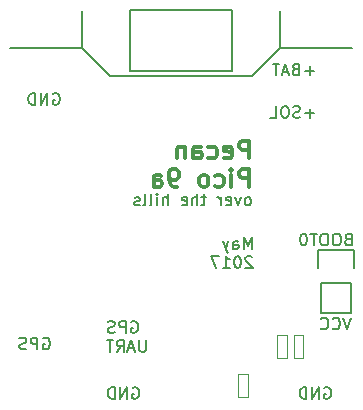
<source format=gbo>
G04 #@! TF.FileFunction,Legend,Bot*
%FSLAX46Y46*%
G04 Gerber Fmt 4.6, Leading zero omitted, Abs format (unit mm)*
G04 Created by KiCad (PCBNEW 4.0.2+dfsg1-stable) date Di 23 Mai 2017 03:16:38 CEST*
%MOMM*%
G01*
G04 APERTURE LIST*
%ADD10C,0.100000*%
%ADD11C,0.200000*%
%ADD12C,0.300000*%
%ADD13C,0.150000*%
G04 APERTURE END LIST*
D10*
D11*
X74138095Y-123200000D02*
X74233333Y-123152381D01*
X74376190Y-123152381D01*
X74519048Y-123200000D01*
X74614286Y-123295238D01*
X74661905Y-123390476D01*
X74709524Y-123580952D01*
X74709524Y-123723810D01*
X74661905Y-123914286D01*
X74614286Y-124009524D01*
X74519048Y-124104762D01*
X74376190Y-124152381D01*
X74280952Y-124152381D01*
X74138095Y-124104762D01*
X74090476Y-124057143D01*
X74090476Y-123723810D01*
X74280952Y-123723810D01*
X73661905Y-124152381D02*
X73661905Y-123152381D01*
X73090476Y-124152381D01*
X73090476Y-123152381D01*
X72614286Y-124152381D02*
X72614286Y-123152381D01*
X72376191Y-123152381D01*
X72233333Y-123200000D01*
X72138095Y-123295238D01*
X72090476Y-123390476D01*
X72042857Y-123580952D01*
X72042857Y-123723810D01*
X72090476Y-123914286D01*
X72138095Y-124009524D01*
X72233333Y-124104762D01*
X72376191Y-124152381D01*
X72614286Y-124152381D01*
X57885714Y-123200000D02*
X57980952Y-123152381D01*
X58123809Y-123152381D01*
X58266667Y-123200000D01*
X58361905Y-123295238D01*
X58409524Y-123390476D01*
X58457143Y-123580952D01*
X58457143Y-123723810D01*
X58409524Y-123914286D01*
X58361905Y-124009524D01*
X58266667Y-124104762D01*
X58123809Y-124152381D01*
X58028571Y-124152381D01*
X57885714Y-124104762D01*
X57838095Y-124057143D01*
X57838095Y-123723810D01*
X58028571Y-123723810D01*
X57409524Y-124152381D02*
X57409524Y-123152381D01*
X56838095Y-124152381D01*
X56838095Y-123152381D01*
X56361905Y-124152381D02*
X56361905Y-123152381D01*
X56123810Y-123152381D01*
X55980952Y-123200000D01*
X55885714Y-123295238D01*
X55838095Y-123390476D01*
X55790476Y-123580952D01*
X55790476Y-123723810D01*
X55838095Y-123914286D01*
X55885714Y-124009524D01*
X55980952Y-124104762D01*
X56123810Y-124152381D01*
X56361905Y-124152381D01*
X57790476Y-117600000D02*
X57885714Y-117552381D01*
X58028571Y-117552381D01*
X58171429Y-117600000D01*
X58266667Y-117695238D01*
X58314286Y-117790476D01*
X58361905Y-117980952D01*
X58361905Y-118123810D01*
X58314286Y-118314286D01*
X58266667Y-118409524D01*
X58171429Y-118504762D01*
X58028571Y-118552381D01*
X57933333Y-118552381D01*
X57790476Y-118504762D01*
X57742857Y-118457143D01*
X57742857Y-118123810D01*
X57933333Y-118123810D01*
X57314286Y-118552381D02*
X57314286Y-117552381D01*
X56933333Y-117552381D01*
X56838095Y-117600000D01*
X56790476Y-117647619D01*
X56742857Y-117742857D01*
X56742857Y-117885714D01*
X56790476Y-117980952D01*
X56838095Y-118028571D01*
X56933333Y-118076190D01*
X57314286Y-118076190D01*
X56361905Y-118504762D02*
X56219048Y-118552381D01*
X55980952Y-118552381D01*
X55885714Y-118504762D01*
X55838095Y-118457143D01*
X55790476Y-118361905D01*
X55790476Y-118266667D01*
X55838095Y-118171429D01*
X55885714Y-118123810D01*
X55980952Y-118076190D01*
X56171429Y-118028571D01*
X56266667Y-117980952D01*
X56314286Y-117933333D01*
X56361905Y-117838095D01*
X56361905Y-117742857D01*
X56314286Y-117647619D01*
X56266667Y-117600000D01*
X56171429Y-117552381D01*
X55933333Y-117552381D01*
X55790476Y-117600000D01*
X59028572Y-119152381D02*
X59028572Y-119961905D01*
X58980953Y-120057143D01*
X58933334Y-120104762D01*
X58838096Y-120152381D01*
X58647619Y-120152381D01*
X58552381Y-120104762D01*
X58504762Y-120057143D01*
X58457143Y-119961905D01*
X58457143Y-119152381D01*
X58028572Y-119866667D02*
X57552381Y-119866667D01*
X58123810Y-120152381D02*
X57790477Y-119152381D01*
X57457143Y-120152381D01*
X56552381Y-120152381D02*
X56885715Y-119676190D01*
X57123810Y-120152381D02*
X57123810Y-119152381D01*
X56742857Y-119152381D01*
X56647619Y-119200000D01*
X56600000Y-119247619D01*
X56552381Y-119342857D01*
X56552381Y-119485714D01*
X56600000Y-119580952D01*
X56647619Y-119628571D01*
X56742857Y-119676190D01*
X57123810Y-119676190D01*
X56266667Y-119152381D02*
X55695238Y-119152381D01*
X55980953Y-120152381D02*
X55980953Y-119152381D01*
X50314285Y-119000000D02*
X50409523Y-118952381D01*
X50552380Y-118952381D01*
X50695238Y-119000000D01*
X50790476Y-119095238D01*
X50838095Y-119190476D01*
X50885714Y-119380952D01*
X50885714Y-119523810D01*
X50838095Y-119714286D01*
X50790476Y-119809524D01*
X50695238Y-119904762D01*
X50552380Y-119952381D01*
X50457142Y-119952381D01*
X50314285Y-119904762D01*
X50266666Y-119857143D01*
X50266666Y-119523810D01*
X50457142Y-119523810D01*
X49838095Y-119952381D02*
X49838095Y-118952381D01*
X49457142Y-118952381D01*
X49361904Y-119000000D01*
X49314285Y-119047619D01*
X49266666Y-119142857D01*
X49266666Y-119285714D01*
X49314285Y-119380952D01*
X49361904Y-119428571D01*
X49457142Y-119476190D01*
X49838095Y-119476190D01*
X48885714Y-119904762D02*
X48742857Y-119952381D01*
X48504761Y-119952381D01*
X48409523Y-119904762D01*
X48361904Y-119857143D01*
X48314285Y-119761905D01*
X48314285Y-119666667D01*
X48361904Y-119571429D01*
X48409523Y-119523810D01*
X48504761Y-119476190D01*
X48695238Y-119428571D01*
X48790476Y-119380952D01*
X48838095Y-119333333D01*
X48885714Y-119238095D01*
X48885714Y-119142857D01*
X48838095Y-119047619D01*
X48790476Y-119000000D01*
X48695238Y-118952381D01*
X48457142Y-118952381D01*
X48314285Y-119000000D01*
X67961905Y-111452381D02*
X67961905Y-110452381D01*
X67628571Y-111166667D01*
X67295238Y-110452381D01*
X67295238Y-111452381D01*
X66390476Y-111452381D02*
X66390476Y-110928571D01*
X66438095Y-110833333D01*
X66533333Y-110785714D01*
X66723810Y-110785714D01*
X66819048Y-110833333D01*
X66390476Y-111404762D02*
X66485714Y-111452381D01*
X66723810Y-111452381D01*
X66819048Y-111404762D01*
X66866667Y-111309524D01*
X66866667Y-111214286D01*
X66819048Y-111119048D01*
X66723810Y-111071429D01*
X66485714Y-111071429D01*
X66390476Y-111023810D01*
X66009524Y-110785714D02*
X65771429Y-111452381D01*
X65533333Y-110785714D02*
X65771429Y-111452381D01*
X65866667Y-111690476D01*
X65914286Y-111738095D01*
X66009524Y-111785714D01*
X68009524Y-112147619D02*
X67961905Y-112100000D01*
X67866667Y-112052381D01*
X67628571Y-112052381D01*
X67533333Y-112100000D01*
X67485714Y-112147619D01*
X67438095Y-112242857D01*
X67438095Y-112338095D01*
X67485714Y-112480952D01*
X68057143Y-113052381D01*
X67438095Y-113052381D01*
X66819048Y-112052381D02*
X66723809Y-112052381D01*
X66628571Y-112100000D01*
X66580952Y-112147619D01*
X66533333Y-112242857D01*
X66485714Y-112433333D01*
X66485714Y-112671429D01*
X66533333Y-112861905D01*
X66580952Y-112957143D01*
X66628571Y-113004762D01*
X66723809Y-113052381D01*
X66819048Y-113052381D01*
X66914286Y-113004762D01*
X66961905Y-112957143D01*
X67009524Y-112861905D01*
X67057143Y-112671429D01*
X67057143Y-112433333D01*
X67009524Y-112242857D01*
X66961905Y-112147619D01*
X66914286Y-112100000D01*
X66819048Y-112052381D01*
X65533333Y-113052381D02*
X66104762Y-113052381D01*
X65819048Y-113052381D02*
X65819048Y-112052381D01*
X65914286Y-112195238D01*
X66009524Y-112290476D01*
X66104762Y-112338095D01*
X65200000Y-112052381D02*
X64533333Y-112052381D01*
X64961905Y-113052381D01*
X76404762Y-117252381D02*
X76071429Y-118252381D01*
X75738095Y-117252381D01*
X74833333Y-118157143D02*
X74880952Y-118204762D01*
X75023809Y-118252381D01*
X75119047Y-118252381D01*
X75261905Y-118204762D01*
X75357143Y-118109524D01*
X75404762Y-118014286D01*
X75452381Y-117823810D01*
X75452381Y-117680952D01*
X75404762Y-117490476D01*
X75357143Y-117395238D01*
X75261905Y-117300000D01*
X75119047Y-117252381D01*
X75023809Y-117252381D01*
X74880952Y-117300000D01*
X74833333Y-117347619D01*
X73833333Y-118157143D02*
X73880952Y-118204762D01*
X74023809Y-118252381D01*
X74119047Y-118252381D01*
X74261905Y-118204762D01*
X74357143Y-118109524D01*
X74404762Y-118014286D01*
X74452381Y-117823810D01*
X74452381Y-117680952D01*
X74404762Y-117490476D01*
X74357143Y-117395238D01*
X74261905Y-117300000D01*
X74119047Y-117252381D01*
X74023809Y-117252381D01*
X73880952Y-117300000D01*
X73833333Y-117347619D01*
D12*
X67742857Y-103778571D02*
X67742857Y-102278571D01*
X67171429Y-102278571D01*
X67028571Y-102350000D01*
X66957143Y-102421429D01*
X66885714Y-102564286D01*
X66885714Y-102778571D01*
X66957143Y-102921429D01*
X67028571Y-102992857D01*
X67171429Y-103064286D01*
X67742857Y-103064286D01*
X65671429Y-103707143D02*
X65814286Y-103778571D01*
X66100000Y-103778571D01*
X66242857Y-103707143D01*
X66314286Y-103564286D01*
X66314286Y-102992857D01*
X66242857Y-102850000D01*
X66100000Y-102778571D01*
X65814286Y-102778571D01*
X65671429Y-102850000D01*
X65600000Y-102992857D01*
X65600000Y-103135714D01*
X66314286Y-103278571D01*
X64314286Y-103707143D02*
X64457143Y-103778571D01*
X64742857Y-103778571D01*
X64885715Y-103707143D01*
X64957143Y-103635714D01*
X65028572Y-103492857D01*
X65028572Y-103064286D01*
X64957143Y-102921429D01*
X64885715Y-102850000D01*
X64742857Y-102778571D01*
X64457143Y-102778571D01*
X64314286Y-102850000D01*
X63028572Y-103778571D02*
X63028572Y-102992857D01*
X63100001Y-102850000D01*
X63242858Y-102778571D01*
X63528572Y-102778571D01*
X63671429Y-102850000D01*
X63028572Y-103707143D02*
X63171429Y-103778571D01*
X63528572Y-103778571D01*
X63671429Y-103707143D01*
X63742858Y-103564286D01*
X63742858Y-103421429D01*
X63671429Y-103278571D01*
X63528572Y-103207143D01*
X63171429Y-103207143D01*
X63028572Y-103135714D01*
X62314286Y-102778571D02*
X62314286Y-103778571D01*
X62314286Y-102921429D02*
X62242858Y-102850000D01*
X62100000Y-102778571D01*
X61885715Y-102778571D01*
X61742858Y-102850000D01*
X61671429Y-102992857D01*
X61671429Y-103778571D01*
X67742857Y-106178571D02*
X67742857Y-104678571D01*
X67171429Y-104678571D01*
X67028571Y-104750000D01*
X66957143Y-104821429D01*
X66885714Y-104964286D01*
X66885714Y-105178571D01*
X66957143Y-105321429D01*
X67028571Y-105392857D01*
X67171429Y-105464286D01*
X67742857Y-105464286D01*
X66242857Y-106178571D02*
X66242857Y-105178571D01*
X66242857Y-104678571D02*
X66314286Y-104750000D01*
X66242857Y-104821429D01*
X66171429Y-104750000D01*
X66242857Y-104678571D01*
X66242857Y-104821429D01*
X64885714Y-106107143D02*
X65028571Y-106178571D01*
X65314285Y-106178571D01*
X65457143Y-106107143D01*
X65528571Y-106035714D01*
X65600000Y-105892857D01*
X65600000Y-105464286D01*
X65528571Y-105321429D01*
X65457143Y-105250000D01*
X65314285Y-105178571D01*
X65028571Y-105178571D01*
X64885714Y-105250000D01*
X64028571Y-106178571D02*
X64171429Y-106107143D01*
X64242857Y-106035714D01*
X64314286Y-105892857D01*
X64314286Y-105464286D01*
X64242857Y-105321429D01*
X64171429Y-105250000D01*
X64028571Y-105178571D01*
X63814286Y-105178571D01*
X63671429Y-105250000D01*
X63600000Y-105321429D01*
X63528571Y-105464286D01*
X63528571Y-105892857D01*
X63600000Y-106035714D01*
X63671429Y-106107143D01*
X63814286Y-106178571D01*
X64028571Y-106178571D01*
X61671429Y-106178571D02*
X61385714Y-106178571D01*
X61242857Y-106107143D01*
X61171429Y-106035714D01*
X61028571Y-105821429D01*
X60957143Y-105535714D01*
X60957143Y-104964286D01*
X61028571Y-104821429D01*
X61100000Y-104750000D01*
X61242857Y-104678571D01*
X61528571Y-104678571D01*
X61671429Y-104750000D01*
X61742857Y-104821429D01*
X61814286Y-104964286D01*
X61814286Y-105321429D01*
X61742857Y-105464286D01*
X61671429Y-105535714D01*
X61528571Y-105607143D01*
X61242857Y-105607143D01*
X61100000Y-105535714D01*
X61028571Y-105464286D01*
X60957143Y-105321429D01*
X59671429Y-106178571D02*
X59671429Y-105392857D01*
X59742858Y-105250000D01*
X59885715Y-105178571D01*
X60171429Y-105178571D01*
X60314286Y-105250000D01*
X59671429Y-106107143D02*
X59814286Y-106178571D01*
X60171429Y-106178571D01*
X60314286Y-106107143D01*
X60385715Y-105964286D01*
X60385715Y-105821429D01*
X60314286Y-105678571D01*
X60171429Y-105607143D01*
X59814286Y-105607143D01*
X59671429Y-105535714D01*
D11*
X53600000Y-94400000D02*
X56000000Y-96800000D01*
X70400000Y-94400000D02*
X68000000Y-96800000D01*
X56000000Y-96800000D02*
X68000000Y-96800000D01*
X51161904Y-98300000D02*
X51257142Y-98252381D01*
X51399999Y-98252381D01*
X51542857Y-98300000D01*
X51638095Y-98395238D01*
X51685714Y-98490476D01*
X51733333Y-98680952D01*
X51733333Y-98823810D01*
X51685714Y-99014286D01*
X51638095Y-99109524D01*
X51542857Y-99204762D01*
X51399999Y-99252381D01*
X51304761Y-99252381D01*
X51161904Y-99204762D01*
X51114285Y-99157143D01*
X51114285Y-98823810D01*
X51304761Y-98823810D01*
X50685714Y-99252381D02*
X50685714Y-98252381D01*
X50114285Y-99252381D01*
X50114285Y-98252381D01*
X49638095Y-99252381D02*
X49638095Y-98252381D01*
X49400000Y-98252381D01*
X49257142Y-98300000D01*
X49161904Y-98395238D01*
X49114285Y-98490476D01*
X49066666Y-98680952D01*
X49066666Y-98823810D01*
X49114285Y-99014286D01*
X49161904Y-99109524D01*
X49257142Y-99204762D01*
X49400000Y-99252381D01*
X49638095Y-99252381D01*
X67719048Y-107752381D02*
X67814286Y-107704762D01*
X67861905Y-107657143D01*
X67909524Y-107561905D01*
X67909524Y-107276190D01*
X67861905Y-107180952D01*
X67814286Y-107133333D01*
X67719048Y-107085714D01*
X67576190Y-107085714D01*
X67480952Y-107133333D01*
X67433333Y-107180952D01*
X67385714Y-107276190D01*
X67385714Y-107561905D01*
X67433333Y-107657143D01*
X67480952Y-107704762D01*
X67576190Y-107752381D01*
X67719048Y-107752381D01*
X67052381Y-107085714D02*
X66814286Y-107752381D01*
X66576190Y-107085714D01*
X65814285Y-107704762D02*
X65909523Y-107752381D01*
X66100000Y-107752381D01*
X66195238Y-107704762D01*
X66242857Y-107609524D01*
X66242857Y-107228571D01*
X66195238Y-107133333D01*
X66100000Y-107085714D01*
X65909523Y-107085714D01*
X65814285Y-107133333D01*
X65766666Y-107228571D01*
X65766666Y-107323810D01*
X66242857Y-107419048D01*
X65338095Y-107752381D02*
X65338095Y-107085714D01*
X65338095Y-107276190D02*
X65290476Y-107180952D01*
X65242857Y-107133333D01*
X65147619Y-107085714D01*
X65052380Y-107085714D01*
X64099999Y-107085714D02*
X63719047Y-107085714D01*
X63957142Y-106752381D02*
X63957142Y-107609524D01*
X63909523Y-107704762D01*
X63814285Y-107752381D01*
X63719047Y-107752381D01*
X63385713Y-107752381D02*
X63385713Y-106752381D01*
X62957141Y-107752381D02*
X62957141Y-107228571D01*
X63004760Y-107133333D01*
X63099998Y-107085714D01*
X63242856Y-107085714D01*
X63338094Y-107133333D01*
X63385713Y-107180952D01*
X62099998Y-107704762D02*
X62195236Y-107752381D01*
X62385713Y-107752381D01*
X62480951Y-107704762D01*
X62528570Y-107609524D01*
X62528570Y-107228571D01*
X62480951Y-107133333D01*
X62385713Y-107085714D01*
X62195236Y-107085714D01*
X62099998Y-107133333D01*
X62052379Y-107228571D01*
X62052379Y-107323810D01*
X62528570Y-107419048D01*
X60861903Y-107752381D02*
X60861903Y-106752381D01*
X60433331Y-107752381D02*
X60433331Y-107228571D01*
X60480950Y-107133333D01*
X60576188Y-107085714D01*
X60719046Y-107085714D01*
X60814284Y-107133333D01*
X60861903Y-107180952D01*
X59957141Y-107752381D02*
X59957141Y-107085714D01*
X59957141Y-106752381D02*
X60004760Y-106800000D01*
X59957141Y-106847619D01*
X59909522Y-106800000D01*
X59957141Y-106752381D01*
X59957141Y-106847619D01*
X59338094Y-107752381D02*
X59433332Y-107704762D01*
X59480951Y-107609524D01*
X59480951Y-106752381D01*
X58814284Y-107752381D02*
X58909522Y-107704762D01*
X58957141Y-107609524D01*
X58957141Y-106752381D01*
X58480950Y-107704762D02*
X58385712Y-107752381D01*
X58195236Y-107752381D01*
X58099997Y-107704762D01*
X58052378Y-107609524D01*
X58052378Y-107561905D01*
X58099997Y-107466667D01*
X58195236Y-107419048D01*
X58338093Y-107419048D01*
X58433331Y-107371429D01*
X58480950Y-107276190D01*
X58480950Y-107228571D01*
X58433331Y-107133333D01*
X58338093Y-107085714D01*
X58195236Y-107085714D01*
X58099997Y-107133333D01*
X70400000Y-94400000D02*
X70400000Y-91300000D01*
X70400000Y-94400000D02*
X76500000Y-94400000D01*
X53600000Y-94400000D02*
X53600000Y-91300000D01*
X53600000Y-94400000D02*
X47500000Y-94400000D01*
X73261905Y-99971429D02*
X72500000Y-99971429D01*
X72880952Y-100352381D02*
X72880952Y-99590476D01*
X72071429Y-100304762D02*
X71928572Y-100352381D01*
X71690476Y-100352381D01*
X71595238Y-100304762D01*
X71547619Y-100257143D01*
X71500000Y-100161905D01*
X71500000Y-100066667D01*
X71547619Y-99971429D01*
X71595238Y-99923810D01*
X71690476Y-99876190D01*
X71880953Y-99828571D01*
X71976191Y-99780952D01*
X72023810Y-99733333D01*
X72071429Y-99638095D01*
X72071429Y-99542857D01*
X72023810Y-99447619D01*
X71976191Y-99400000D01*
X71880953Y-99352381D01*
X71642857Y-99352381D01*
X71500000Y-99400000D01*
X70880953Y-99352381D02*
X70690476Y-99352381D01*
X70595238Y-99400000D01*
X70500000Y-99495238D01*
X70452381Y-99685714D01*
X70452381Y-100019048D01*
X70500000Y-100209524D01*
X70595238Y-100304762D01*
X70690476Y-100352381D01*
X70880953Y-100352381D01*
X70976191Y-100304762D01*
X71071429Y-100209524D01*
X71119048Y-100019048D01*
X71119048Y-99685714D01*
X71071429Y-99495238D01*
X70976191Y-99400000D01*
X70880953Y-99352381D01*
X69547619Y-100352381D02*
X70023810Y-100352381D01*
X70023810Y-99352381D01*
X73261905Y-96371429D02*
X72500000Y-96371429D01*
X72880952Y-96752381D02*
X72880952Y-95990476D01*
X71690476Y-96228571D02*
X71547619Y-96276190D01*
X71500000Y-96323810D01*
X71452381Y-96419048D01*
X71452381Y-96561905D01*
X71500000Y-96657143D01*
X71547619Y-96704762D01*
X71642857Y-96752381D01*
X72023810Y-96752381D01*
X72023810Y-95752381D01*
X71690476Y-95752381D01*
X71595238Y-95800000D01*
X71547619Y-95847619D01*
X71500000Y-95942857D01*
X71500000Y-96038095D01*
X71547619Y-96133333D01*
X71595238Y-96180952D01*
X71690476Y-96228571D01*
X72023810Y-96228571D01*
X71071429Y-96466667D02*
X70595238Y-96466667D01*
X71166667Y-96752381D02*
X70833334Y-95752381D01*
X70500000Y-96752381D01*
X70309524Y-95752381D02*
X69738095Y-95752381D01*
X70023810Y-96752381D02*
X70023810Y-95752381D01*
X76128571Y-110628571D02*
X75985714Y-110676190D01*
X75938095Y-110723810D01*
X75890476Y-110819048D01*
X75890476Y-110961905D01*
X75938095Y-111057143D01*
X75985714Y-111104762D01*
X76080952Y-111152381D01*
X76461905Y-111152381D01*
X76461905Y-110152381D01*
X76128571Y-110152381D01*
X76033333Y-110200000D01*
X75985714Y-110247619D01*
X75938095Y-110342857D01*
X75938095Y-110438095D01*
X75985714Y-110533333D01*
X76033333Y-110580952D01*
X76128571Y-110628571D01*
X76461905Y-110628571D01*
X75271429Y-110152381D02*
X75080952Y-110152381D01*
X74985714Y-110200000D01*
X74890476Y-110295238D01*
X74842857Y-110485714D01*
X74842857Y-110819048D01*
X74890476Y-111009524D01*
X74985714Y-111104762D01*
X75080952Y-111152381D01*
X75271429Y-111152381D01*
X75366667Y-111104762D01*
X75461905Y-111009524D01*
X75509524Y-110819048D01*
X75509524Y-110485714D01*
X75461905Y-110295238D01*
X75366667Y-110200000D01*
X75271429Y-110152381D01*
X74223810Y-110152381D02*
X74033333Y-110152381D01*
X73938095Y-110200000D01*
X73842857Y-110295238D01*
X73795238Y-110485714D01*
X73795238Y-110819048D01*
X73842857Y-111009524D01*
X73938095Y-111104762D01*
X74033333Y-111152381D01*
X74223810Y-111152381D01*
X74319048Y-111104762D01*
X74414286Y-111009524D01*
X74461905Y-110819048D01*
X74461905Y-110485714D01*
X74414286Y-110295238D01*
X74319048Y-110200000D01*
X74223810Y-110152381D01*
X73509524Y-110152381D02*
X72938095Y-110152381D01*
X73223810Y-111152381D02*
X73223810Y-110152381D01*
X72414286Y-110152381D02*
X72319047Y-110152381D01*
X72223809Y-110200000D01*
X72176190Y-110247619D01*
X72128571Y-110342857D01*
X72080952Y-110533333D01*
X72080952Y-110771429D01*
X72128571Y-110961905D01*
X72176190Y-111057143D01*
X72223809Y-111104762D01*
X72319047Y-111152381D01*
X72414286Y-111152381D01*
X72509524Y-111104762D01*
X72557143Y-111057143D01*
X72604762Y-110961905D01*
X72652381Y-110771429D01*
X72652381Y-110533333D01*
X72604762Y-110342857D01*
X72557143Y-110247619D01*
X72509524Y-110200000D01*
X72414286Y-110152381D01*
D13*
X57649100Y-96400000D02*
X66349100Y-96400000D01*
X66350000Y-96400000D02*
X66350000Y-91225000D01*
X66350000Y-91225000D02*
X57650000Y-91225000D01*
X57649100Y-91225000D02*
X57649100Y-96400000D01*
D10*
X67650000Y-124000000D02*
X67650000Y-122000000D01*
X67650000Y-122000000D02*
X66850000Y-122000000D01*
X66850000Y-122000000D02*
X66850000Y-124000000D01*
X66850000Y-124000000D02*
X67650000Y-124000000D01*
X70950000Y-120700000D02*
X70950000Y-118700000D01*
X70950000Y-118700000D02*
X70150000Y-118700000D01*
X70150000Y-118700000D02*
X70150000Y-120700000D01*
X70150000Y-120700000D02*
X70950000Y-120700000D01*
X72350000Y-120700000D02*
X72350000Y-118700000D01*
X72350000Y-118700000D02*
X71550000Y-118700000D01*
X71550000Y-118700000D02*
X71550000Y-120700000D01*
X71550000Y-120700000D02*
X72350000Y-120700000D01*
D13*
X73830000Y-114330000D02*
X73830000Y-116870000D01*
X73550000Y-111510000D02*
X73550000Y-113060000D01*
X73830000Y-114330000D02*
X76370000Y-114330000D01*
X76650000Y-113060000D02*
X76650000Y-111510000D01*
X76650000Y-111510000D02*
X73550000Y-111510000D01*
X76370000Y-114330000D02*
X76370000Y-116870000D01*
X76370000Y-116870000D02*
X73830000Y-116870000D01*
M02*

</source>
